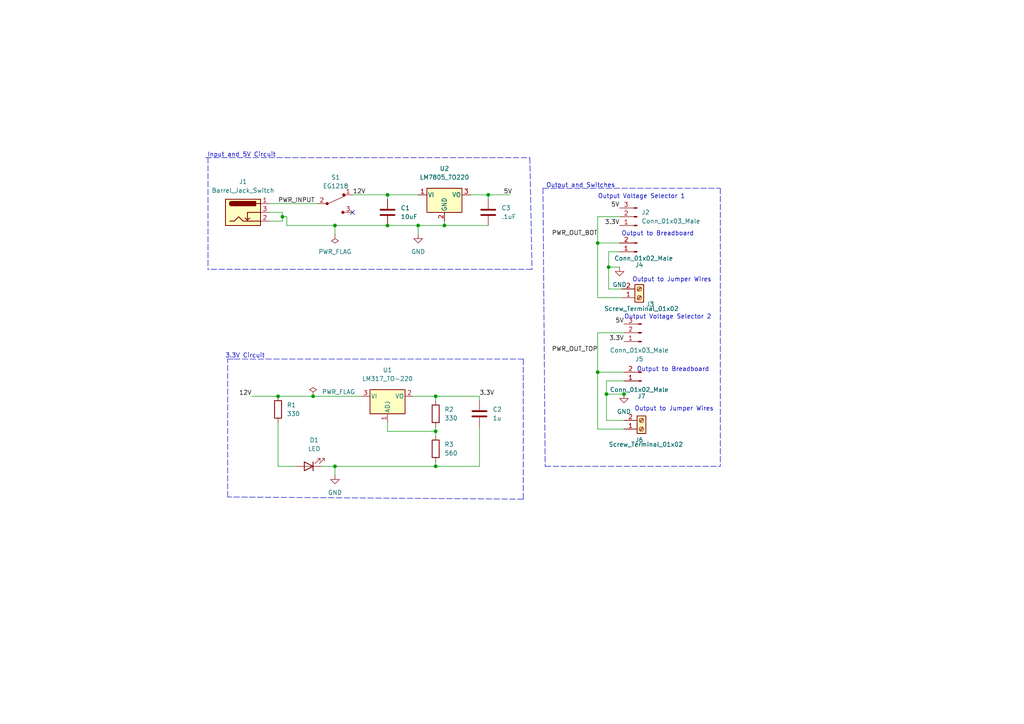
<source format=kicad_sch>
(kicad_sch (version 20211123) (generator eeschema)

  (uuid 1b9cd3f8-5041-4334-af80-92cf0012167c)

  (paper "A4")

  (title_block
    (title "Dual 3.3V and 5V Breadboard Power Supply")
    (date "2022-09-21")
    (rev "V1")
    (company "Rob L Bara")
    (comment 1 "TU ECE 4110 Project 3")
  )

  (lib_symbols
    (symbol "Connector:Barrel_Jack_Switch" (pin_names hide) (in_bom yes) (on_board yes)
      (property "Reference" "J" (id 0) (at 0 5.334 0)
        (effects (font (size 1.27 1.27)))
      )
      (property "Value" "Barrel_Jack_Switch" (id 1) (at 0 -5.08 0)
        (effects (font (size 1.27 1.27)))
      )
      (property "Footprint" "" (id 2) (at 1.27 -1.016 0)
        (effects (font (size 1.27 1.27)) hide)
      )
      (property "Datasheet" "~" (id 3) (at 1.27 -1.016 0)
        (effects (font (size 1.27 1.27)) hide)
      )
      (property "ki_keywords" "DC power barrel jack connector" (id 4) (at 0 0 0)
        (effects (font (size 1.27 1.27)) hide)
      )
      (property "ki_description" "DC Barrel Jack with an internal switch" (id 5) (at 0 0 0)
        (effects (font (size 1.27 1.27)) hide)
      )
      (property "ki_fp_filters" "BarrelJack*" (id 6) (at 0 0 0)
        (effects (font (size 1.27 1.27)) hide)
      )
      (symbol "Barrel_Jack_Switch_0_1"
        (rectangle (start -5.08 3.81) (end 5.08 -3.81)
          (stroke (width 0.254) (type default) (color 0 0 0 0))
          (fill (type background))
        )
        (arc (start -3.302 3.175) (mid -3.937 2.54) (end -3.302 1.905)
          (stroke (width 0.254) (type default) (color 0 0 0 0))
          (fill (type none))
        )
        (arc (start -3.302 3.175) (mid -3.937 2.54) (end -3.302 1.905)
          (stroke (width 0.254) (type default) (color 0 0 0 0))
          (fill (type outline))
        )
        (polyline
          (pts
            (xy 1.27 -2.286)
            (xy 1.905 -1.651)
          )
          (stroke (width 0.254) (type default) (color 0 0 0 0))
          (fill (type none))
        )
        (polyline
          (pts
            (xy 5.08 2.54)
            (xy 3.81 2.54)
          )
          (stroke (width 0.254) (type default) (color 0 0 0 0))
          (fill (type none))
        )
        (polyline
          (pts
            (xy 5.08 0)
            (xy 1.27 0)
            (xy 1.27 -2.286)
            (xy 0.635 -1.651)
          )
          (stroke (width 0.254) (type default) (color 0 0 0 0))
          (fill (type none))
        )
        (polyline
          (pts
            (xy -3.81 -2.54)
            (xy -2.54 -2.54)
            (xy -1.27 -1.27)
            (xy 0 -2.54)
            (xy 2.54 -2.54)
            (xy 5.08 -2.54)
          )
          (stroke (width 0.254) (type default) (color 0 0 0 0))
          (fill (type none))
        )
        (rectangle (start 3.683 3.175) (end -3.302 1.905)
          (stroke (width 0.254) (type default) (color 0 0 0 0))
          (fill (type outline))
        )
      )
      (symbol "Barrel_Jack_Switch_1_1"
        (pin passive line (at 7.62 2.54 180) (length 2.54)
          (name "~" (effects (font (size 1.27 1.27))))
          (number "1" (effects (font (size 1.27 1.27))))
        )
        (pin passive line (at 7.62 -2.54 180) (length 2.54)
          (name "~" (effects (font (size 1.27 1.27))))
          (number "2" (effects (font (size 1.27 1.27))))
        )
        (pin passive line (at 7.62 0 180) (length 2.54)
          (name "~" (effects (font (size 1.27 1.27))))
          (number "3" (effects (font (size 1.27 1.27))))
        )
      )
    )
    (symbol "Connector:Conn_01x02_Male" (pin_names (offset 1.016) hide) (in_bom yes) (on_board yes)
      (property "Reference" "J" (id 0) (at 0 2.54 0)
        (effects (font (size 1.27 1.27)))
      )
      (property "Value" "Conn_01x02_Male" (id 1) (at 0 -5.08 0)
        (effects (font (size 1.27 1.27)))
      )
      (property "Footprint" "" (id 2) (at 0 0 0)
        (effects (font (size 1.27 1.27)) hide)
      )
      (property "Datasheet" "~" (id 3) (at 0 0 0)
        (effects (font (size 1.27 1.27)) hide)
      )
      (property "ki_keywords" "connector" (id 4) (at 0 0 0)
        (effects (font (size 1.27 1.27)) hide)
      )
      (property "ki_description" "Generic connector, single row, 01x02, script generated (kicad-library-utils/schlib/autogen/connector/)" (id 5) (at 0 0 0)
        (effects (font (size 1.27 1.27)) hide)
      )
      (property "ki_fp_filters" "Connector*:*_1x??_*" (id 6) (at 0 0 0)
        (effects (font (size 1.27 1.27)) hide)
      )
      (symbol "Conn_01x02_Male_1_1"
        (polyline
          (pts
            (xy 1.27 -2.54)
            (xy 0.8636 -2.54)
          )
          (stroke (width 0.1524) (type default) (color 0 0 0 0))
          (fill (type none))
        )
        (polyline
          (pts
            (xy 1.27 0)
            (xy 0.8636 0)
          )
          (stroke (width 0.1524) (type default) (color 0 0 0 0))
          (fill (type none))
        )
        (rectangle (start 0.8636 -2.413) (end 0 -2.667)
          (stroke (width 0.1524) (type default) (color 0 0 0 0))
          (fill (type outline))
        )
        (rectangle (start 0.8636 0.127) (end 0 -0.127)
          (stroke (width 0.1524) (type default) (color 0 0 0 0))
          (fill (type outline))
        )
        (pin passive line (at 5.08 0 180) (length 3.81)
          (name "Pin_1" (effects (font (size 1.27 1.27))))
          (number "1" (effects (font (size 1.27 1.27))))
        )
        (pin passive line (at 5.08 -2.54 180) (length 3.81)
          (name "Pin_2" (effects (font (size 1.27 1.27))))
          (number "2" (effects (font (size 1.27 1.27))))
        )
      )
    )
    (symbol "Connector:Conn_01x03_Male" (pin_names (offset 1.016) hide) (in_bom yes) (on_board yes)
      (property "Reference" "J" (id 0) (at 0 5.08 0)
        (effects (font (size 1.27 1.27)))
      )
      (property "Value" "Conn_01x03_Male" (id 1) (at 0 -5.08 0)
        (effects (font (size 1.27 1.27)))
      )
      (property "Footprint" "" (id 2) (at 0 0 0)
        (effects (font (size 1.27 1.27)) hide)
      )
      (property "Datasheet" "~" (id 3) (at 0 0 0)
        (effects (font (size 1.27 1.27)) hide)
      )
      (property "ki_keywords" "connector" (id 4) (at 0 0 0)
        (effects (font (size 1.27 1.27)) hide)
      )
      (property "ki_description" "Generic connector, single row, 01x03, script generated (kicad-library-utils/schlib/autogen/connector/)" (id 5) (at 0 0 0)
        (effects (font (size 1.27 1.27)) hide)
      )
      (property "ki_fp_filters" "Connector*:*_1x??_*" (id 6) (at 0 0 0)
        (effects (font (size 1.27 1.27)) hide)
      )
      (symbol "Conn_01x03_Male_1_1"
        (polyline
          (pts
            (xy 1.27 -2.54)
            (xy 0.8636 -2.54)
          )
          (stroke (width 0.1524) (type default) (color 0 0 0 0))
          (fill (type none))
        )
        (polyline
          (pts
            (xy 1.27 0)
            (xy 0.8636 0)
          )
          (stroke (width 0.1524) (type default) (color 0 0 0 0))
          (fill (type none))
        )
        (polyline
          (pts
            (xy 1.27 2.54)
            (xy 0.8636 2.54)
          )
          (stroke (width 0.1524) (type default) (color 0 0 0 0))
          (fill (type none))
        )
        (rectangle (start 0.8636 -2.413) (end 0 -2.667)
          (stroke (width 0.1524) (type default) (color 0 0 0 0))
          (fill (type outline))
        )
        (rectangle (start 0.8636 0.127) (end 0 -0.127)
          (stroke (width 0.1524) (type default) (color 0 0 0 0))
          (fill (type outline))
        )
        (rectangle (start 0.8636 2.667) (end 0 2.413)
          (stroke (width 0.1524) (type default) (color 0 0 0 0))
          (fill (type outline))
        )
        (pin passive line (at 5.08 2.54 180) (length 3.81)
          (name "Pin_1" (effects (font (size 1.27 1.27))))
          (number "1" (effects (font (size 1.27 1.27))))
        )
        (pin passive line (at 5.08 0 180) (length 3.81)
          (name "Pin_2" (effects (font (size 1.27 1.27))))
          (number "2" (effects (font (size 1.27 1.27))))
        )
        (pin passive line (at 5.08 -2.54 180) (length 3.81)
          (name "Pin_3" (effects (font (size 1.27 1.27))))
          (number "3" (effects (font (size 1.27 1.27))))
        )
      )
    )
    (symbol "Connector:Screw_Terminal_01x02" (pin_names (offset 1.016) hide) (in_bom yes) (on_board yes)
      (property "Reference" "J" (id 0) (at 0 2.54 0)
        (effects (font (size 1.27 1.27)))
      )
      (property "Value" "Screw_Terminal_01x02" (id 1) (at 0 -5.08 0)
        (effects (font (size 1.27 1.27)))
      )
      (property "Footprint" "" (id 2) (at 0 0 0)
        (effects (font (size 1.27 1.27)) hide)
      )
      (property "Datasheet" "~" (id 3) (at 0 0 0)
        (effects (font (size 1.27 1.27)) hide)
      )
      (property "ki_keywords" "screw terminal" (id 4) (at 0 0 0)
        (effects (font (size 1.27 1.27)) hide)
      )
      (property "ki_description" "Generic screw terminal, single row, 01x02, script generated (kicad-library-utils/schlib/autogen/connector/)" (id 5) (at 0 0 0)
        (effects (font (size 1.27 1.27)) hide)
      )
      (property "ki_fp_filters" "TerminalBlock*:*" (id 6) (at 0 0 0)
        (effects (font (size 1.27 1.27)) hide)
      )
      (symbol "Screw_Terminal_01x02_1_1"
        (rectangle (start -1.27 1.27) (end 1.27 -3.81)
          (stroke (width 0.254) (type default) (color 0 0 0 0))
          (fill (type background))
        )
        (circle (center 0 -2.54) (radius 0.635)
          (stroke (width 0.1524) (type default) (color 0 0 0 0))
          (fill (type none))
        )
        (polyline
          (pts
            (xy -0.5334 -2.2098)
            (xy 0.3302 -3.048)
          )
          (stroke (width 0.1524) (type default) (color 0 0 0 0))
          (fill (type none))
        )
        (polyline
          (pts
            (xy -0.5334 0.3302)
            (xy 0.3302 -0.508)
          )
          (stroke (width 0.1524) (type default) (color 0 0 0 0))
          (fill (type none))
        )
        (polyline
          (pts
            (xy -0.3556 -2.032)
            (xy 0.508 -2.8702)
          )
          (stroke (width 0.1524) (type default) (color 0 0 0 0))
          (fill (type none))
        )
        (polyline
          (pts
            (xy -0.3556 0.508)
            (xy 0.508 -0.3302)
          )
          (stroke (width 0.1524) (type default) (color 0 0 0 0))
          (fill (type none))
        )
        (circle (center 0 0) (radius 0.635)
          (stroke (width 0.1524) (type default) (color 0 0 0 0))
          (fill (type none))
        )
        (pin passive line (at -5.08 0 0) (length 3.81)
          (name "Pin_1" (effects (font (size 1.27 1.27))))
          (number "1" (effects (font (size 1.27 1.27))))
        )
        (pin passive line (at -5.08 -2.54 0) (length 3.81)
          (name "Pin_2" (effects (font (size 1.27 1.27))))
          (number "2" (effects (font (size 1.27 1.27))))
        )
      )
    )
    (symbol "Device:C" (pin_numbers hide) (pin_names (offset 0.254)) (in_bom yes) (on_board yes)
      (property "Reference" "C" (id 0) (at 0.635 2.54 0)
        (effects (font (size 1.27 1.27)) (justify left))
      )
      (property "Value" "C" (id 1) (at 0.635 -2.54 0)
        (effects (font (size 1.27 1.27)) (justify left))
      )
      (property "Footprint" "" (id 2) (at 0.9652 -3.81 0)
        (effects (font (size 1.27 1.27)) hide)
      )
      (property "Datasheet" "~" (id 3) (at 0 0 0)
        (effects (font (size 1.27 1.27)) hide)
      )
      (property "ki_keywords" "cap capacitor" (id 4) (at 0 0 0)
        (effects (font (size 1.27 1.27)) hide)
      )
      (property "ki_description" "Unpolarized capacitor" (id 5) (at 0 0 0)
        (effects (font (size 1.27 1.27)) hide)
      )
      (property "ki_fp_filters" "C_*" (id 6) (at 0 0 0)
        (effects (font (size 1.27 1.27)) hide)
      )
      (symbol "C_0_1"
        (polyline
          (pts
            (xy -2.032 -0.762)
            (xy 2.032 -0.762)
          )
          (stroke (width 0.508) (type default) (color 0 0 0 0))
          (fill (type none))
        )
        (polyline
          (pts
            (xy -2.032 0.762)
            (xy 2.032 0.762)
          )
          (stroke (width 0.508) (type default) (color 0 0 0 0))
          (fill (type none))
        )
      )
      (symbol "C_1_1"
        (pin passive line (at 0 3.81 270) (length 2.794)
          (name "~" (effects (font (size 1.27 1.27))))
          (number "1" (effects (font (size 1.27 1.27))))
        )
        (pin passive line (at 0 -3.81 90) (length 2.794)
          (name "~" (effects (font (size 1.27 1.27))))
          (number "2" (effects (font (size 1.27 1.27))))
        )
      )
    )
    (symbol "Device:LED" (pin_numbers hide) (pin_names (offset 1.016) hide) (in_bom yes) (on_board yes)
      (property "Reference" "D" (id 0) (at 0 2.54 0)
        (effects (font (size 1.27 1.27)))
      )
      (property "Value" "LED" (id 1) (at 0 -2.54 0)
        (effects (font (size 1.27 1.27)))
      )
      (property "Footprint" "" (id 2) (at 0 0 0)
        (effects (font (size 1.27 1.27)) hide)
      )
      (property "Datasheet" "~" (id 3) (at 0 0 0)
        (effects (font (size 1.27 1.27)) hide)
      )
      (property "ki_keywords" "LED diode" (id 4) (at 0 0 0)
        (effects (font (size 1.27 1.27)) hide)
      )
      (property "ki_description" "Light emitting diode" (id 5) (at 0 0 0)
        (effects (font (size 1.27 1.27)) hide)
      )
      (property "ki_fp_filters" "LED* LED_SMD:* LED_THT:*" (id 6) (at 0 0 0)
        (effects (font (size 1.27 1.27)) hide)
      )
      (symbol "LED_0_1"
        (polyline
          (pts
            (xy -1.27 -1.27)
            (xy -1.27 1.27)
          )
          (stroke (width 0.254) (type default) (color 0 0 0 0))
          (fill (type none))
        )
        (polyline
          (pts
            (xy -1.27 0)
            (xy 1.27 0)
          )
          (stroke (width 0) (type default) (color 0 0 0 0))
          (fill (type none))
        )
        (polyline
          (pts
            (xy 1.27 -1.27)
            (xy 1.27 1.27)
            (xy -1.27 0)
            (xy 1.27 -1.27)
          )
          (stroke (width 0.254) (type default) (color 0 0 0 0))
          (fill (type none))
        )
        (polyline
          (pts
            (xy -3.048 -0.762)
            (xy -4.572 -2.286)
            (xy -3.81 -2.286)
            (xy -4.572 -2.286)
            (xy -4.572 -1.524)
          )
          (stroke (width 0) (type default) (color 0 0 0 0))
          (fill (type none))
        )
        (polyline
          (pts
            (xy -1.778 -0.762)
            (xy -3.302 -2.286)
            (xy -2.54 -2.286)
            (xy -3.302 -2.286)
            (xy -3.302 -1.524)
          )
          (stroke (width 0) (type default) (color 0 0 0 0))
          (fill (type none))
        )
      )
      (symbol "LED_1_1"
        (pin passive line (at -3.81 0 0) (length 2.54)
          (name "K" (effects (font (size 1.27 1.27))))
          (number "1" (effects (font (size 1.27 1.27))))
        )
        (pin passive line (at 3.81 0 180) (length 2.54)
          (name "A" (effects (font (size 1.27 1.27))))
          (number "2" (effects (font (size 1.27 1.27))))
        )
      )
    )
    (symbol "Device:R" (pin_numbers hide) (pin_names (offset 0)) (in_bom yes) (on_board yes)
      (property "Reference" "R" (id 0) (at 2.032 0 90)
        (effects (font (size 1.27 1.27)))
      )
      (property "Value" "R" (id 1) (at 0 0 90)
        (effects (font (size 1.27 1.27)))
      )
      (property "Footprint" "" (id 2) (at -1.778 0 90)
        (effects (font (size 1.27 1.27)) hide)
      )
      (property "Datasheet" "~" (id 3) (at 0 0 0)
        (effects (font (size 1.27 1.27)) hide)
      )
      (property "ki_keywords" "R res resistor" (id 4) (at 0 0 0)
        (effects (font (size 1.27 1.27)) hide)
      )
      (property "ki_description" "Resistor" (id 5) (at 0 0 0)
        (effects (font (size 1.27 1.27)) hide)
      )
      (property "ki_fp_filters" "R_*" (id 6) (at 0 0 0)
        (effects (font (size 1.27 1.27)) hide)
      )
      (symbol "R_0_1"
        (rectangle (start -1.016 -2.54) (end 1.016 2.54)
          (stroke (width 0.254) (type default) (color 0 0 0 0))
          (fill (type none))
        )
      )
      (symbol "R_1_1"
        (pin passive line (at 0 3.81 270) (length 1.27)
          (name "~" (effects (font (size 1.27 1.27))))
          (number "1" (effects (font (size 1.27 1.27))))
        )
        (pin passive line (at 0 -3.81 90) (length 1.27)
          (name "~" (effects (font (size 1.27 1.27))))
          (number "2" (effects (font (size 1.27 1.27))))
        )
      )
    )
    (symbol "Regulator_Linear:LM317_TO-220" (pin_names (offset 0.254)) (in_bom yes) (on_board yes)
      (property "Reference" "U" (id 0) (at -3.81 3.175 0)
        (effects (font (size 1.27 1.27)))
      )
      (property "Value" "LM317_TO-220" (id 1) (at 0 3.175 0)
        (effects (font (size 1.27 1.27)) (justify left))
      )
      (property "Footprint" "Package_TO_SOT_THT:TO-220-3_Vertical" (id 2) (at 0 6.35 0)
        (effects (font (size 1.27 1.27) italic) hide)
      )
      (property "Datasheet" "http://www.ti.com/lit/ds/symlink/lm317.pdf" (id 3) (at 0 0 0)
        (effects (font (size 1.27 1.27)) hide)
      )
      (property "ki_keywords" "Adjustable Voltage Regulator 1A Positive" (id 4) (at 0 0 0)
        (effects (font (size 1.27 1.27)) hide)
      )
      (property "ki_description" "1.5A 35V Adjustable Linear Regulator, TO-220" (id 5) (at 0 0 0)
        (effects (font (size 1.27 1.27)) hide)
      )
      (property "ki_fp_filters" "TO?220*" (id 6) (at 0 0 0)
        (effects (font (size 1.27 1.27)) hide)
      )
      (symbol "LM317_TO-220_0_1"
        (rectangle (start -5.08 1.905) (end 5.08 -5.08)
          (stroke (width 0.254) (type default) (color 0 0 0 0))
          (fill (type background))
        )
      )
      (symbol "LM317_TO-220_1_1"
        (pin input line (at 0 -7.62 90) (length 2.54)
          (name "ADJ" (effects (font (size 1.27 1.27))))
          (number "1" (effects (font (size 1.27 1.27))))
        )
        (pin power_out line (at 7.62 0 180) (length 2.54)
          (name "VO" (effects (font (size 1.27 1.27))))
          (number "2" (effects (font (size 1.27 1.27))))
        )
        (pin power_in line (at -7.62 0 0) (length 2.54)
          (name "VI" (effects (font (size 1.27 1.27))))
          (number "3" (effects (font (size 1.27 1.27))))
        )
      )
    )
    (symbol "Regulator_Linear:LM7805_TO220" (pin_names (offset 0.254)) (in_bom yes) (on_board yes)
      (property "Reference" "U" (id 0) (at -3.81 3.175 0)
        (effects (font (size 1.27 1.27)))
      )
      (property "Value" "LM7805_TO220" (id 1) (at 0 3.175 0)
        (effects (font (size 1.27 1.27)) (justify left))
      )
      (property "Footprint" "Package_TO_SOT_THT:TO-220-3_Vertical" (id 2) (at 0 5.715 0)
        (effects (font (size 1.27 1.27) italic) hide)
      )
      (property "Datasheet" "https://www.onsemi.cn/PowerSolutions/document/MC7800-D.PDF" (id 3) (at 0 -1.27 0)
        (effects (font (size 1.27 1.27)) hide)
      )
      (property "ki_keywords" "Voltage Regulator 1A Positive" (id 4) (at 0 0 0)
        (effects (font (size 1.27 1.27)) hide)
      )
      (property "ki_description" "Positive 1A 35V Linear Regulator, Fixed Output 5V, TO-220" (id 5) (at 0 0 0)
        (effects (font (size 1.27 1.27)) hide)
      )
      (property "ki_fp_filters" "TO?220*" (id 6) (at 0 0 0)
        (effects (font (size 1.27 1.27)) hide)
      )
      (symbol "LM7805_TO220_0_1"
        (rectangle (start -5.08 1.905) (end 5.08 -5.08)
          (stroke (width 0.254) (type default) (color 0 0 0 0))
          (fill (type background))
        )
      )
      (symbol "LM7805_TO220_1_1"
        (pin power_in line (at -7.62 0 0) (length 2.54)
          (name "VI" (effects (font (size 1.27 1.27))))
          (number "1" (effects (font (size 1.27 1.27))))
        )
        (pin power_in line (at 0 -7.62 90) (length 2.54)
          (name "GND" (effects (font (size 1.27 1.27))))
          (number "2" (effects (font (size 1.27 1.27))))
        )
        (pin power_out line (at 7.62 0 180) (length 2.54)
          (name "VO" (effects (font (size 1.27 1.27))))
          (number "3" (effects (font (size 1.27 1.27))))
        )
      )
    )
    (symbol "dk_Slide-Switches:EG1218" (pin_names (offset 0)) (in_bom yes) (on_board yes)
      (property "Reference" "S" (id 0) (at -3.81 2.286 0)
        (effects (font (size 1.27 1.27)))
      )
      (property "Value" "EG1218" (id 1) (at 0 -5.334 0)
        (effects (font (size 1.27 1.27)))
      )
      (property "Footprint" "digikey-footprints:Switch_Slide_11.6x4mm_EG1218" (id 2) (at 5.08 5.08 0)
        (effects (font (size 1.27 1.27)) (justify left) hide)
      )
      (property "Datasheet" "http://spec_sheets.e-switch.com/specs/P040040.pdf" (id 3) (at 5.08 7.62 0)
        (effects (font (size 1.524 1.524)) (justify left) hide)
      )
      (property "Digi-Key_PN" "EG1903-ND" (id 4) (at 5.08 10.16 0)
        (effects (font (size 1.524 1.524)) (justify left) hide)
      )
      (property "MPN" "EG1218" (id 5) (at 5.08 12.7 0)
        (effects (font (size 1.524 1.524)) (justify left) hide)
      )
      (property "Category" "Switches" (id 6) (at 5.08 15.24 0)
        (effects (font (size 1.524 1.524)) (justify left) hide)
      )
      (property "Family" "Slide Switches" (id 7) (at 5.08 17.78 0)
        (effects (font (size 1.524 1.524)) (justify left) hide)
      )
      (property "DK_Datasheet_Link" "http://spec_sheets.e-switch.com/specs/P040040.pdf" (id 8) (at 5.08 20.32 0)
        (effects (font (size 1.524 1.524)) (justify left) hide)
      )
      (property "DK_Detail_Page" "/product-detail/en/e-switch/EG1218/EG1903-ND/101726" (id 9) (at 5.08 22.86 0)
        (effects (font (size 1.524 1.524)) (justify left) hide)
      )
      (property "Description" "SWITCH SLIDE SPDT 200MA 30V" (id 10) (at 5.08 25.4 0)
        (effects (font (size 1.524 1.524)) (justify left) hide)
      )
      (property "Manufacturer" "E-Switch" (id 11) (at 5.08 27.94 0)
        (effects (font (size 1.524 1.524)) (justify left) hide)
      )
      (property "Status" "Active" (id 12) (at 5.08 30.48 0)
        (effects (font (size 1.524 1.524)) (justify left) hide)
      )
      (property "ki_keywords" "EG1903-ND EG" (id 13) (at 0 0 0)
        (effects (font (size 1.27 1.27)) hide)
      )
      (property "ki_description" "SWITCH SLIDE SPDT 200MA 30V" (id 14) (at 0 0 0)
        (effects (font (size 1.27 1.27)) hide)
      )
      (symbol "EG1218_0_1"
        (circle (center -2.286 0) (radius 0.3556)
          (stroke (width 0) (type default) (color 0 0 0 0))
          (fill (type outline))
        )
        (polyline
          (pts
            (xy -2.032 0)
            (xy 3.048 2.286)
          )
          (stroke (width 0) (type default) (color 0 0 0 0))
          (fill (type none))
        )
        (circle (center 2.286 -2.54) (radius 0.3556)
          (stroke (width 0) (type default) (color 0 0 0 0))
          (fill (type outline))
        )
        (circle (center 2.54 2.54) (radius 0.3556)
          (stroke (width 0) (type default) (color 0 0 0 0))
          (fill (type outline))
        )
      )
      (symbol "EG1218_1_1"
        (pin passive line (at 5.08 2.54 180) (length 2.54)
          (name "~" (effects (font (size 1.27 1.27))))
          (number "1" (effects (font (size 1.27 1.27))))
        )
        (pin passive line (at -5.08 0 0) (length 2.54)
          (name "~" (effects (font (size 1.27 1.27))))
          (number "2" (effects (font (size 1.27 1.27))))
        )
        (pin passive line (at 5.08 -2.54 180) (length 2.54)
          (name "~" (effects (font (size 1.27 1.27))))
          (number "3" (effects (font (size 1.27 1.27))))
        )
      )
    )
    (symbol "power:GND" (power) (pin_names (offset 0)) (in_bom yes) (on_board yes)
      (property "Reference" "#PWR" (id 0) (at 0 -6.35 0)
        (effects (font (size 1.27 1.27)) hide)
      )
      (property "Value" "GND" (id 1) (at 0 -3.81 0)
        (effects (font (size 1.27 1.27)))
      )
      (property "Footprint" "" (id 2) (at 0 0 0)
        (effects (font (size 1.27 1.27)) hide)
      )
      (property "Datasheet" "" (id 3) (at 0 0 0)
        (effects (font (size 1.27 1.27)) hide)
      )
      (property "ki_keywords" "power-flag" (id 4) (at 0 0 0)
        (effects (font (size 1.27 1.27)) hide)
      )
      (property "ki_description" "Power symbol creates a global label with name \"GND\" , ground" (id 5) (at 0 0 0)
        (effects (font (size 1.27 1.27)) hide)
      )
      (symbol "GND_0_1"
        (polyline
          (pts
            (xy 0 0)
            (xy 0 -1.27)
            (xy 1.27 -1.27)
            (xy 0 -2.54)
            (xy -1.27 -1.27)
            (xy 0 -1.27)
          )
          (stroke (width 0) (type default) (color 0 0 0 0))
          (fill (type none))
        )
      )
      (symbol "GND_1_1"
        (pin power_in line (at 0 0 270) (length 0) hide
          (name "GND" (effects (font (size 1.27 1.27))))
          (number "1" (effects (font (size 1.27 1.27))))
        )
      )
    )
    (symbol "power:PWR_FLAG" (power) (pin_numbers hide) (pin_names (offset 0) hide) (in_bom yes) (on_board yes)
      (property "Reference" "#FLG" (id 0) (at 0 1.905 0)
        (effects (font (size 1.27 1.27)) hide)
      )
      (property "Value" "PWR_FLAG" (id 1) (at 0 3.81 0)
        (effects (font (size 1.27 1.27)))
      )
      (property "Footprint" "" (id 2) (at 0 0 0)
        (effects (font (size 1.27 1.27)) hide)
      )
      (property "Datasheet" "~" (id 3) (at 0 0 0)
        (effects (font (size 1.27 1.27)) hide)
      )
      (property "ki_keywords" "power-flag" (id 4) (at 0 0 0)
        (effects (font (size 1.27 1.27)) hide)
      )
      (property "ki_description" "Special symbol for telling ERC where power comes from" (id 5) (at 0 0 0)
        (effects (font (size 1.27 1.27)) hide)
      )
      (symbol "PWR_FLAG_0_0"
        (pin power_out line (at 0 0 90) (length 0)
          (name "pwr" (effects (font (size 1.27 1.27))))
          (number "1" (effects (font (size 1.27 1.27))))
        )
      )
      (symbol "PWR_FLAG_0_1"
        (polyline
          (pts
            (xy 0 0)
            (xy 0 1.27)
            (xy -1.016 1.905)
            (xy 0 2.54)
            (xy 1.016 1.905)
            (xy 0 1.27)
          )
          (stroke (width 0) (type default) (color 0 0 0 0))
          (fill (type none))
        )
      )
    )
  )

  (junction (at 80.645 114.935) (diameter 0) (color 0 0 0 0)
    (uuid 0e03c945-f889-4a48-adf1-b2f26cd079f5)
  )
  (junction (at 126.365 135.255) (diameter 0) (color 0 0 0 0)
    (uuid 0fbb739f-de45-478e-ac49-083bcf2f1d25)
  )
  (junction (at 180.975 114.3) (diameter 0) (color 0 0 0 0)
    (uuid 154987ec-aaf4-424d-a0e5-6aea87565d63)
  )
  (junction (at 112.395 56.515) (diameter 0) (color 0 0 0 0)
    (uuid 1e83455d-ad24-4071-974b-a3df351baaca)
  )
  (junction (at 90.805 114.935) (diameter 0) (color 0 0 0 0)
    (uuid 2153237b-c82b-4710-9350-94f598ebe67b)
  )
  (junction (at 97.155 65.405) (diameter 0) (color 0 0 0 0)
    (uuid 31534776-fb54-43fc-ae08-aec17a2edd7c)
  )
  (junction (at 121.285 65.405) (diameter 0) (color 0 0 0 0)
    (uuid 374ceb3c-d731-4670-82a1-094a85be9ee6)
  )
  (junction (at 128.905 65.405) (diameter 0) (color 0 0 0 0)
    (uuid 3ebe96e3-7ccd-4812-8818-25a405a5a603)
  )
  (junction (at 126.365 125.095) (diameter 0) (color 0 0 0 0)
    (uuid 4f953217-220f-47cc-8431-8b680c488ac7)
  )
  (junction (at 175.895 114.3) (diameter 0) (color 0 0 0 0)
    (uuid 503e5025-78c2-4c6b-9469-87b134a34d1f)
  )
  (junction (at 173.355 107.95) (diameter 0) (color 0 0 0 0)
    (uuid 68aeaa54-c2a4-4d9f-a71a-d7ac763bbbb5)
  )
  (junction (at 141.605 56.515) (diameter 0) (color 0 0 0 0)
    (uuid 6e272b49-b970-4ef7-9a34-f8abe4de09b6)
  )
  (junction (at 81.915 62.865) (diameter 0) (color 0 0 0 0)
    (uuid 72ed694c-97ef-4d52-a89c-829459e09a99)
  )
  (junction (at 126.365 114.935) (diameter 0) (color 0 0 0 0)
    (uuid bc258028-44d3-45f7-9776-e53988a5b341)
  )
  (junction (at 112.395 65.405) (diameter 0) (color 0 0 0 0)
    (uuid c1b26426-6cf4-423e-839b-22a92b75f5d2)
  )
  (junction (at 97.155 135.255) (diameter 0) (color 0 0 0 0)
    (uuid d87e5ace-2a7d-4322-8e6f-802b1d28d5ee)
  )
  (junction (at 173.355 70.485) (diameter 0) (color 0 0 0 0)
    (uuid e50cf2da-9766-45df-87b1-48f9b381c68b)
  )
  (junction (at 176.53 77.47) (diameter 0) (color 0 0 0 0)
    (uuid ee229ea7-52b1-4fe2-8c5b-1eef7165c7a0)
  )

  (no_connect (at 102.235 61.595) (uuid 76d0d696-f37e-487b-91c5-01f1766034c3))

  (wire (pts (xy 83.185 62.865) (xy 81.915 62.865))
    (stroke (width 0) (type default) (color 0 0 0 0))
    (uuid 0032e586-0c42-425f-a650-4a0259580801)
  )
  (wire (pts (xy 139.065 135.255) (xy 126.365 135.255))
    (stroke (width 0) (type default) (color 0 0 0 0))
    (uuid 0a1739bb-b797-4926-8d36-b9bf254e6ae2)
  )
  (wire (pts (xy 147.955 56.515) (xy 141.605 56.515))
    (stroke (width 0) (type default) (color 0 0 0 0))
    (uuid 0fa75465-8d7e-4b68-bb50-dcb0b7eacca6)
  )
  (wire (pts (xy 126.365 135.255) (xy 97.155 135.255))
    (stroke (width 0) (type default) (color 0 0 0 0))
    (uuid 12d12845-7fa7-4c60-9754-d7f2318224eb)
  )
  (wire (pts (xy 139.065 114.935) (xy 139.065 116.205))
    (stroke (width 0) (type default) (color 0 0 0 0))
    (uuid 143a524c-be93-4997-a442-1ee5dae2abbe)
  )
  (wire (pts (xy 83.185 65.405) (xy 83.185 62.865))
    (stroke (width 0) (type default) (color 0 0 0 0))
    (uuid 1b665941-19ac-4344-9164-46b9cc940279)
  )
  (polyline (pts (xy 154.305 78.105) (xy 60.325 78.105))
    (stroke (width 0) (type default) (color 0 0 0 0))
    (uuid 1c6e1657-4c98-4ea4-89e5-74b4794bb7f8)
  )

  (wire (pts (xy 173.355 96.52) (xy 173.355 107.95))
    (stroke (width 0) (type default) (color 0 0 0 0))
    (uuid 1d91cc15-8970-4f5c-b254-b8b5c4a2b154)
  )
  (polyline (pts (xy 151.765 104.14) (xy 151.765 144.78))
    (stroke (width 0) (type default) (color 0 0 0 0))
    (uuid 1e114ba7-0e99-407a-bfca-9296a8cfd087)
  )

  (wire (pts (xy 81.915 64.135) (xy 78.105 64.135))
    (stroke (width 0) (type default) (color 0 0 0 0))
    (uuid 2046cd3d-868a-4891-b820-e75a464a1c33)
  )
  (wire (pts (xy 175.895 121.92) (xy 180.975 121.92))
    (stroke (width 0) (type default) (color 0 0 0 0))
    (uuid 216c218a-e42f-4b38-810d-9626cc93f8d2)
  )
  (wire (pts (xy 121.285 56.515) (xy 112.395 56.515))
    (stroke (width 0) (type default) (color 0 0 0 0))
    (uuid 25e0deaa-1583-4ee4-b221-9d522570a508)
  )
  (wire (pts (xy 97.155 135.255) (xy 93.345 135.255))
    (stroke (width 0) (type default) (color 0 0 0 0))
    (uuid 2f46835a-130b-4bde-94e7-b7462011a2e8)
  )
  (wire (pts (xy 112.395 56.515) (xy 102.235 56.515))
    (stroke (width 0) (type default) (color 0 0 0 0))
    (uuid 315a4ddb-820e-413c-bd15-2af1ecaaf4a7)
  )
  (wire (pts (xy 90.805 114.935) (xy 80.645 114.935))
    (stroke (width 0) (type default) (color 0 0 0 0))
    (uuid 3301c2d2-e65c-437a-ba44-8c11450f0129)
  )
  (polyline (pts (xy 67.945 104.14) (xy 151.765 104.14))
    (stroke (width 0) (type default) (color 0 0 0 0))
    (uuid 37706b5d-4bd2-4810-a91d-9e3ca42e5431)
  )

  (wire (pts (xy 173.355 62.865) (xy 173.355 70.485))
    (stroke (width 0) (type default) (color 0 0 0 0))
    (uuid 3ba1959a-d41a-4eb3-a6e3-662c94eaf202)
  )
  (wire (pts (xy 173.355 86.36) (xy 173.355 70.485))
    (stroke (width 0) (type default) (color 0 0 0 0))
    (uuid 3cf5a2ca-182a-437c-bde2-2a8a1724ab47)
  )
  (polyline (pts (xy 208.915 54.61) (xy 208.915 135.255))
    (stroke (width 0) (type default) (color 0 0 0 0))
    (uuid 3d00306c-5da9-4171-8581-9441d0695963)
  )

  (wire (pts (xy 81.915 61.595) (xy 81.915 62.865))
    (stroke (width 0) (type default) (color 0 0 0 0))
    (uuid 429a47cc-5b81-43f1-bf11-d25d425a4a2d)
  )
  (wire (pts (xy 173.355 107.95) (xy 173.355 124.46))
    (stroke (width 0) (type default) (color 0 0 0 0))
    (uuid 43919565-a54b-4d28-b235-297c3f99a983)
  )
  (wire (pts (xy 175.895 110.49) (xy 175.895 114.3))
    (stroke (width 0) (type default) (color 0 0 0 0))
    (uuid 44ec9c5e-c14d-4a0f-8169-440256fd29b1)
  )
  (wire (pts (xy 97.155 65.405) (xy 83.185 65.405))
    (stroke (width 0) (type default) (color 0 0 0 0))
    (uuid 4a5e69e2-4ee0-445d-b77c-c95e49d3af90)
  )
  (wire (pts (xy 73.025 114.935) (xy 80.645 114.935))
    (stroke (width 0) (type default) (color 0 0 0 0))
    (uuid 4b3096e7-a6b9-41e7-bf89-66d578f2a672)
  )
  (wire (pts (xy 180.34 86.36) (xy 173.355 86.36))
    (stroke (width 0) (type default) (color 0 0 0 0))
    (uuid 5de86049-66fa-4bbe-85a8-7da676eb942b)
  )
  (wire (pts (xy 78.105 59.055) (xy 92.075 59.055))
    (stroke (width 0) (type default) (color 0 0 0 0))
    (uuid 66e95440-936a-4183-9e8d-9fbc1aac7372)
  )
  (wire (pts (xy 141.605 65.405) (xy 128.905 65.405))
    (stroke (width 0) (type default) (color 0 0 0 0))
    (uuid 68f10881-7d3b-4f10-9862-84cb228bbc05)
  )
  (wire (pts (xy 176.53 73.025) (xy 176.53 77.47))
    (stroke (width 0) (type default) (color 0 0 0 0))
    (uuid 6b90b6fa-df1f-4e40-b2d5-853055d36db9)
  )
  (wire (pts (xy 112.395 122.555) (xy 112.395 125.095))
    (stroke (width 0) (type default) (color 0 0 0 0))
    (uuid 6c61d329-9dbf-44e2-933e-1298b2a03969)
  )
  (wire (pts (xy 175.895 114.3) (xy 175.895 121.92))
    (stroke (width 0) (type default) (color 0 0 0 0))
    (uuid 73c93617-cc6d-4e33-b9c7-0fa6634e5838)
  )
  (wire (pts (xy 128.905 64.135) (xy 128.905 65.405))
    (stroke (width 0) (type default) (color 0 0 0 0))
    (uuid 76ce03f3-10b6-4b1b-a0a0-20ac3c831200)
  )
  (wire (pts (xy 80.645 122.555) (xy 80.645 135.255))
    (stroke (width 0) (type default) (color 0 0 0 0))
    (uuid 78ad4801-2d8b-4035-aa2e-6eafcee02901)
  )
  (wire (pts (xy 181.61 114.3) (xy 180.975 114.3))
    (stroke (width 0) (type default) (color 0 0 0 0))
    (uuid 78cb35f7-940c-4e37-bcdc-03df5c39b57b)
  )
  (wire (pts (xy 141.605 57.785) (xy 141.605 56.515))
    (stroke (width 0) (type default) (color 0 0 0 0))
    (uuid 7963a6fe-d15a-4434-bda0-fd5dfd1b87f6)
  )
  (polyline (pts (xy 59.69 45.72) (xy 153.67 45.72))
    (stroke (width 0) (type default) (color 0 0 0 0))
    (uuid 798a0e8d-0bf6-4c16-96cd-f172f2c66714)
  )
  (polyline (pts (xy 157.48 54.61) (xy 158.115 135.255))
    (stroke (width 0) (type default) (color 0 0 0 0))
    (uuid 7ae65b5f-0ba5-449c-ae10-dedd3ee642df)
  )
  (polyline (pts (xy 66.04 104.14) (xy 67.945 104.14))
    (stroke (width 0) (type default) (color 0 0 0 0))
    (uuid 7c57c0de-aaa2-4e38-96f7-dd5a47d7d53e)
  )

  (wire (pts (xy 121.285 65.405) (xy 112.395 65.405))
    (stroke (width 0) (type default) (color 0 0 0 0))
    (uuid 7cad710d-86d1-4b84-aa0a-01d7c0a14b3d)
  )
  (wire (pts (xy 121.285 67.945) (xy 121.285 65.405))
    (stroke (width 0) (type default) (color 0 0 0 0))
    (uuid 8129849f-89ab-40cc-a92b-10475c5bd2b9)
  )
  (polyline (pts (xy 60.325 45.72) (xy 60.325 78.105))
    (stroke (width 0) (type default) (color 0 0 0 0))
    (uuid 828fde6e-56a8-4ef3-9a67-6464102b7b47)
  )

  (wire (pts (xy 176.53 77.47) (xy 176.53 83.82))
    (stroke (width 0) (type default) (color 0 0 0 0))
    (uuid 88389cc9-0bc6-4e16-8389-eb06e3200cbe)
  )
  (wire (pts (xy 173.355 124.46) (xy 180.975 124.46))
    (stroke (width 0) (type default) (color 0 0 0 0))
    (uuid 8b4f7c78-351b-454d-9494-bcb6e9503cad)
  )
  (polyline (pts (xy 153.67 45.72) (xy 154.305 78.105))
    (stroke (width 0) (type default) (color 0 0 0 0))
    (uuid 90ac8b18-be82-44e0-9e66-98516926a0fb)
  )

  (wire (pts (xy 179.705 62.865) (xy 173.355 62.865))
    (stroke (width 0) (type default) (color 0 0 0 0))
    (uuid 9355e94f-0b97-4380-a093-747594b52e05)
  )
  (wire (pts (xy 126.365 125.095) (xy 126.365 123.825))
    (stroke (width 0) (type default) (color 0 0 0 0))
    (uuid 940f0631-d0a3-4e6b-be53-28f48f3da34b)
  )
  (wire (pts (xy 128.905 65.405) (xy 121.285 65.405))
    (stroke (width 0) (type default) (color 0 0 0 0))
    (uuid 9846d3b2-7ef1-4589-a59c-6b8540a351dc)
  )
  (wire (pts (xy 126.365 114.935) (xy 139.065 114.935))
    (stroke (width 0) (type default) (color 0 0 0 0))
    (uuid 99bd773d-7b0c-435a-affd-06f2ea5e51bc)
  )
  (wire (pts (xy 139.065 123.825) (xy 139.065 135.255))
    (stroke (width 0) (type default) (color 0 0 0 0))
    (uuid 9c950eda-8414-45fc-8e2f-3640d9875248)
  )
  (wire (pts (xy 179.705 73.025) (xy 176.53 73.025))
    (stroke (width 0) (type default) (color 0 0 0 0))
    (uuid a0ffbabb-d366-464f-987d-1b62da1650ca)
  )
  (wire (pts (xy 180.975 114.3) (xy 175.895 114.3))
    (stroke (width 0) (type default) (color 0 0 0 0))
    (uuid a1ee0df0-2a52-4bcb-86c5-72af63a7a31b)
  )
  (wire (pts (xy 180.975 110.49) (xy 175.895 110.49))
    (stroke (width 0) (type default) (color 0 0 0 0))
    (uuid a1eeacfa-198a-42f0-be7e-384e63130d1d)
  )
  (polyline (pts (xy 66.04 144.145) (xy 66.04 104.14))
    (stroke (width 0) (type default) (color 0 0 0 0))
    (uuid a2de339e-0a82-4867-a91c-da3fcd8232db)
  )
  (polyline (pts (xy 151.765 144.78) (xy 66.04 144.145))
    (stroke (width 0) (type default) (color 0 0 0 0))
    (uuid acc2ef36-2aa1-478f-8f46-b0bbb60a2f3e)
  )

  (wire (pts (xy 179.705 77.47) (xy 176.53 77.47))
    (stroke (width 0) (type default) (color 0 0 0 0))
    (uuid b10052a8-29c8-4b7e-b0a9-4be8062ad855)
  )
  (wire (pts (xy 126.365 126.365) (xy 126.365 125.095))
    (stroke (width 0) (type default) (color 0 0 0 0))
    (uuid b22a610d-432f-454a-ab4f-99535bcd6fab)
  )
  (wire (pts (xy 112.395 57.785) (xy 112.395 56.515))
    (stroke (width 0) (type default) (color 0 0 0 0))
    (uuid b56c2cca-63f7-46cb-bb53-fdb8e8ac7797)
  )
  (polyline (pts (xy 158.115 135.255) (xy 208.915 135.255))
    (stroke (width 0) (type default) (color 0 0 0 0))
    (uuid b90c109d-5bc0-406e-b464-e31c03eec719)
  )
  (polyline (pts (xy 157.48 54.61) (xy 208.915 54.61))
    (stroke (width 0) (type default) (color 0 0 0 0))
    (uuid ba7aae3e-df09-40f9-9b72-0146cf149a6a)
  )

  (wire (pts (xy 97.155 67.945) (xy 97.155 65.405))
    (stroke (width 0) (type default) (color 0 0 0 0))
    (uuid bbe53d5d-f911-4fdf-b7b3-6eb2c7b11211)
  )
  (wire (pts (xy 173.355 70.485) (xy 179.705 70.485))
    (stroke (width 0) (type default) (color 0 0 0 0))
    (uuid bea792dc-4bc3-46bf-8a3b-96756856dc3b)
  )
  (wire (pts (xy 104.775 114.935) (xy 90.805 114.935))
    (stroke (width 0) (type default) (color 0 0 0 0))
    (uuid bf052344-571d-414c-b687-48c6cc159aca)
  )
  (wire (pts (xy 97.155 137.795) (xy 97.155 135.255))
    (stroke (width 0) (type default) (color 0 0 0 0))
    (uuid c1fc5ce2-71c0-46e7-8e6f-c3815ba44a7f)
  )
  (wire (pts (xy 176.53 83.82) (xy 180.34 83.82))
    (stroke (width 0) (type default) (color 0 0 0 0))
    (uuid cad17ddf-231e-4395-a5ff-aa8695d81ccb)
  )
  (wire (pts (xy 112.395 65.405) (xy 97.155 65.405))
    (stroke (width 0) (type default) (color 0 0 0 0))
    (uuid ce1a4811-7102-4e06-81f8-d288e48d2869)
  )
  (wire (pts (xy 120.015 114.935) (xy 126.365 114.935))
    (stroke (width 0) (type default) (color 0 0 0 0))
    (uuid d7ef2e50-d136-4052-a209-702e49b80c5e)
  )
  (wire (pts (xy 80.645 135.255) (xy 85.725 135.255))
    (stroke (width 0) (type default) (color 0 0 0 0))
    (uuid df185c51-6e6a-40c9-857c-311fdd13dd52)
  )
  (wire (pts (xy 141.605 56.515) (xy 136.525 56.515))
    (stroke (width 0) (type default) (color 0 0 0 0))
    (uuid e417f224-36b9-44de-b342-cc1e61680aee)
  )
  (wire (pts (xy 180.975 96.52) (xy 173.355 96.52))
    (stroke (width 0) (type default) (color 0 0 0 0))
    (uuid e513787c-fb84-4fe3-bf48-8acde1630619)
  )
  (wire (pts (xy 78.105 61.595) (xy 81.915 61.595))
    (stroke (width 0) (type default) (color 0 0 0 0))
    (uuid e5f82116-a653-497b-80b3-fb6292ad82bf)
  )
  (wire (pts (xy 81.915 62.865) (xy 81.915 64.135))
    (stroke (width 0) (type default) (color 0 0 0 0))
    (uuid edb384ab-b819-44d4-b852-e7cd6aa46400)
  )
  (wire (pts (xy 126.365 116.205) (xy 126.365 114.935))
    (stroke (width 0) (type default) (color 0 0 0 0))
    (uuid ef3ec4e4-0d01-4124-af47-f4dc54114c82)
  )
  (wire (pts (xy 126.365 133.985) (xy 126.365 135.255))
    (stroke (width 0) (type default) (color 0 0 0 0))
    (uuid f00382b3-2908-4cd2-9b48-8beb7f4325ad)
  )
  (wire (pts (xy 180.975 107.95) (xy 173.355 107.95))
    (stroke (width 0) (type default) (color 0 0 0 0))
    (uuid f60d691b-4ab8-4be1-bc44-21052bda0407)
  )
  (wire (pts (xy 112.395 125.095) (xy 126.365 125.095))
    (stroke (width 0) (type default) (color 0 0 0 0))
    (uuid fa107d41-298c-4f17-b632-b8ac9b91aca9)
  )

  (text "Output to Jumper Wires" (at 207.01 119.38 180)
    (effects (font (size 1.27 1.27)) (justify right bottom))
    (uuid 18611389-5f41-4236-a49f-98df99ed962e)
  )
  (text "Output to Breadboard" (at 205.74 107.95 180)
    (effects (font (size 1.27 1.27)) (justify right bottom))
    (uuid 3cc52980-0e28-4adc-8d59-6fcb6e448852)
  )
  (text "Output Voltage Selector 1" (at 198.755 57.785 180)
    (effects (font (size 1.27 1.27)) (justify right bottom))
    (uuid 42e2baf2-2e07-4f93-aca8-b6b063683d3d)
  )
  (text "Output Voltage Selector 2" (at 206.375 92.71 180)
    (effects (font (size 1.27 1.27)) (justify right bottom))
    (uuid 52acfa27-ebda-4d33-a8bb-c679dd136365)
  )
  (text "Output to Breadboard" (at 201.295 68.58 180)
    (effects (font (size 1.27 1.27)) (justify right bottom))
    (uuid 614b9756-5563-4f65-9424-cc486b8e844d)
  )
  (text "Output to Jumper Wires" (at 206.375 81.915 180)
    (effects (font (size 1.27 1.27)) (justify right bottom))
    (uuid 79804aa1-5ecb-45db-b4f2-20f4f43b9b61)
  )
  (text "Input and 5V Circuit\n" (at 80.01 45.72 180)
    (effects (font (size 1.27 1.27)) (justify right bottom))
    (uuid ed17e778-809d-4545-abac-3926d06a7ea5)
  )
  (text "3.3V Circuit\n\n" (at 76.835 106.045 180)
    (effects (font (size 1.27 1.27)) (justify right bottom))
    (uuid ef51a97c-dc15-4c66-a9a3-8f84d59d9752)
  )
  (text "Output and Switches\n" (at 178.435 54.61 180)
    (effects (font (size 1.27 1.27)) (justify right bottom))
    (uuid fef5bc6b-bf2e-424b-bc51-c7f3eca9ff74)
  )

  (label "3.3V" (at 180.975 99.06 180)
    (effects (font (size 1.27 1.27)) (justify right bottom))
    (uuid 32d5aa5b-cdd9-42f7-9231-4477029a683e)
  )
  (label "12V" (at 106.045 56.515 180)
    (effects (font (size 1.27 1.27)) (justify right bottom))
    (uuid 3cbe5bad-619f-4c48-bf18-a200bfb842ac)
  )
  (label "PWR_OUT_BOT" (at 173.355 68.58 180)
    (effects (font (size 1.27 1.27)) (justify right bottom))
    (uuid 4e89a080-e35e-4800-891f-f3c9c0603e93)
  )
  (label "PWR_OUT_TOP" (at 173.355 102.235 180)
    (effects (font (size 1.27 1.27)) (justify right bottom))
    (uuid 557177ab-97aa-48d0-940f-e7164139e8cb)
  )
  (label "3.3V" (at 139.065 114.935 0)
    (effects (font (size 1.27 1.27)) (justify left bottom))
    (uuid 6bcd449c-0cee-4837-b7ba-8a5bc96a0c4b)
  )
  (label "3.3V" (at 179.705 65.405 180)
    (effects (font (size 1.27 1.27)) (justify right bottom))
    (uuid 844fb6e6-9498-424e-9857-1b66acd868ab)
  )
  (label "PWR_INPUT" (at 80.645 59.055 0)
    (effects (font (size 1.27 1.27)) (justify left bottom))
    (uuid 9b1ce646-ca6c-4e10-a7f6-e95c80994397)
  )
  (label "12V" (at 73.025 114.935 180)
    (effects (font (size 1.27 1.27)) (justify right bottom))
    (uuid 9c5293d1-507f-43bc-b1bf-e40cd65f000b)
  )
  (label "5V" (at 146.05 56.515 0)
    (effects (font (size 1.27 1.27)) (justify left bottom))
    (uuid b988cf19-4c33-4cef-8242-e3a33b8f3af0)
  )
  (label "5V" (at 180.975 93.98 180)
    (effects (font (size 1.27 1.27)) (justify right bottom))
    (uuid d43b1cfc-b42e-4d38-96e7-087e119894a6)
  )
  (label "5V" (at 179.705 60.325 180)
    (effects (font (size 1.27 1.27)) (justify right bottom))
    (uuid ea3d2bf8-4e35-495e-a2e1-0b8d9bf678f4)
  )

  (symbol (lib_id "Regulator_Linear:LM317_TO-220") (at 112.395 114.935 0) (unit 1)
    (in_bom yes) (on_board yes) (fields_autoplaced)
    (uuid 03605ec4-63cb-4c83-8c7a-1127e2f52051)
    (property "Reference" "U1" (id 0) (at 112.395 107.315 0))
    (property "Value" "LM317_TO-220" (id 1) (at 112.395 109.855 0))
    (property "Footprint" "Package_TO_SOT_THT:TO-220-3_Vertical" (id 2) (at 112.395 108.585 0)
      (effects (font (size 1.27 1.27) italic) hide)
    )
    (property "Datasheet" "http://www.ti.com/lit/ds/symlink/lm317.pdf" (id 3) (at 112.395 114.935 0)
      (effects (font (size 1.27 1.27)) hide)
    )
    (pin "1" (uuid 64dbf310-f5f0-4b73-9257-6f90c831fab1))
    (pin "2" (uuid 7d3b9281-1bb1-4726-9d04-3c664ae1d8f0))
    (pin "3" (uuid 2395cdd7-359c-4760-b20c-f9d22bda53f5))
  )

  (symbol (lib_id "Connector:Screw_Terminal_01x02") (at 185.42 86.36 0) (mirror x) (unit 1)
    (in_bom yes) (on_board yes)
    (uuid 0450cc76-c046-43d8-b2ec-8c29d291489c)
    (property "Reference" "J4" (id 0) (at 185.42 76.835 0))
    (property "Value" "Screw_Terminal_01x02" (id 1) (at 186.055 89.535 0))
    (property "Footprint" "TerminalBlock:TerminalBlock_bornier-2_P5.08mm" (id 2) (at 185.42 86.36 0)
      (effects (font (size 1.27 1.27)) hide)
    )
    (property "Datasheet" "~" (id 3) (at 185.42 86.36 0)
      (effects (font (size 1.27 1.27)) hide)
    )
    (pin "1" (uuid be9bec9d-d7ee-45a5-8871-a5c446c2fa77))
    (pin "2" (uuid 3f0ebafe-5da5-41af-849c-46bc52e60096))
  )

  (symbol (lib_id "Connector:Conn_01x03_Male") (at 186.055 96.52 180) (unit 1)
    (in_bom yes) (on_board yes)
    (uuid 05b1885c-a470-431a-b1d5-2bd6e2512c99)
    (property "Reference" "J5" (id 0) (at 185.42 104.14 0))
    (property "Value" "Conn_01x03_Male" (id 1) (at 185.42 101.6 0))
    (property "Footprint" "Connector_PinHeader_2.54mm:PinHeader_1x03_P2.54mm_Vertical" (id 2) (at 186.055 96.52 0)
      (effects (font (size 1.27 1.27)) hide)
    )
    (property "Datasheet" "~" (id 3) (at 186.055 96.52 0)
      (effects (font (size 1.27 1.27)) hide)
    )
    (pin "1" (uuid 0ea7251d-1dfd-4921-93a9-3c6f16b96313))
    (pin "2" (uuid 10f7cdbc-6f47-441c-845b-4a99be24c101))
    (pin "3" (uuid 26a9df19-b6a8-4605-b650-22f3362b4958))
  )

  (symbol (lib_id "Device:C") (at 141.605 61.595 0) (unit 1)
    (in_bom yes) (on_board yes) (fields_autoplaced)
    (uuid 0bf347ba-90b4-4741-964c-0e0ccb2cdc07)
    (property "Reference" "C3" (id 0) (at 145.415 60.3249 0)
      (effects (font (size 1.27 1.27)) (justify left))
    )
    (property "Value" ".1uF" (id 1) (at 145.415 62.8649 0)
      (effects (font (size 1.27 1.27)) (justify left))
    )
    (property "Footprint" "Capacitor_THT:C_Disc_D3.0mm_W1.6mm_P2.50mm" (id 2) (at 142.5702 65.405 0)
      (effects (font (size 1.27 1.27)) hide)
    )
    (property "Datasheet" "~" (id 3) (at 141.605 61.595 0)
      (effects (font (size 1.27 1.27)) hide)
    )
    (pin "1" (uuid cc7499a7-9285-44a8-b382-43f81c98108a))
    (pin "2" (uuid ecc2305d-e91e-44da-90da-9acd873e03e8))
  )

  (symbol (lib_id "power:GND") (at 180.975 114.3 0) (unit 1)
    (in_bom yes) (on_board yes) (fields_autoplaced)
    (uuid 1b309825-ffc5-45a7-bdab-8b2ab2fa922f)
    (property "Reference" "#PWR04" (id 0) (at 180.975 120.65 0)
      (effects (font (size 1.27 1.27)) hide)
    )
    (property "Value" "GND" (id 1) (at 180.975 119.38 0))
    (property "Footprint" "" (id 2) (at 180.975 114.3 0)
      (effects (font (size 1.27 1.27)) hide)
    )
    (property "Datasheet" "" (id 3) (at 180.975 114.3 0)
      (effects (font (size 1.27 1.27)) hide)
    )
    (pin "1" (uuid 2e6fa7fc-0598-4c6d-b7c9-c92d9f776e7d))
  )

  (symbol (lib_id "Connector:Conn_01x02_Male") (at 184.785 73.025 180) (unit 1)
    (in_bom yes) (on_board yes)
    (uuid 1dd6217f-1ba7-440c-831b-31ba07b8d67d)
    (property "Reference" "J3" (id 0) (at 188.595 88.265 0))
    (property "Value" "Conn_01x02_Male" (id 1) (at 186.69 74.93 0))
    (property "Footprint" "Connector_PinHeader_2.54mm:PinHeader_2x02_P2.54mm_Vertical" (id 2) (at 184.785 73.025 0)
      (effects (font (size 1.27 1.27)) hide)
    )
    (property "Datasheet" "~" (id 3) (at 184.785 73.025 0)
      (effects (font (size 1.27 1.27)) hide)
    )
    (pin "1" (uuid 4b166f45-e20f-4c07-84c8-040b833e1944))
    (pin "2" (uuid 33ec7852-0f3b-4540-bd65-df09c574ce39))
  )

  (symbol (lib_id "Connector:Conn_01x03_Male") (at 184.785 62.865 180) (unit 1)
    (in_bom yes) (on_board yes) (fields_autoplaced)
    (uuid 4416547e-f9d5-41f0-ae9e-c982b69c9d57)
    (property "Reference" "J2" (id 0) (at 186.055 61.5949 0)
      (effects (font (size 1.27 1.27)) (justify right))
    )
    (property "Value" "Conn_01x03_Male" (id 1) (at 186.055 64.1349 0)
      (effects (font (size 1.27 1.27)) (justify right))
    )
    (property "Footprint" "Connector_PinHeader_2.54mm:PinHeader_1x03_P2.54mm_Vertical" (id 2) (at 184.785 62.865 0)
      (effects (font (size 1.27 1.27)) hide)
    )
    (property "Datasheet" "~" (id 3) (at 184.785 62.865 0)
      (effects (font (size 1.27 1.27)) hide)
    )
    (pin "1" (uuid d7ec34a8-50f4-4d4b-a18f-dea155cf2086))
    (pin "2" (uuid 6f2570e4-ef6b-4f79-b371-0447c26103aa))
    (pin "3" (uuid 8c123766-043a-4c25-81d4-3f475e385777))
  )

  (symbol (lib_id "Device:R") (at 80.645 118.745 0) (unit 1)
    (in_bom yes) (on_board yes) (fields_autoplaced)
    (uuid 44fd51c0-32b4-421f-930b-02bb38beda6b)
    (property "Reference" "R1" (id 0) (at 83.185 117.4749 0)
      (effects (font (size 1.27 1.27)) (justify left))
    )
    (property "Value" "330" (id 1) (at 83.185 120.0149 0)
      (effects (font (size 1.27 1.27)) (justify left))
    )
    (property "Footprint" "Resistor_THT:R_Axial_DIN0204_L3.6mm_D1.6mm_P7.62mm_Horizontal" (id 2) (at 78.867 118.745 90)
      (effects (font (size 1.27 1.27)) hide)
    )
    (property "Datasheet" "~" (id 3) (at 80.645 118.745 0)
      (effects (font (size 1.27 1.27)) hide)
    )
    (pin "1" (uuid 9366a488-d112-4816-ab4b-0ead8eb5552e))
    (pin "2" (uuid 8d1ef9e1-608f-4ee9-8527-f25942f8af2a))
  )

  (symbol (lib_id "Connector:Conn_01x02_Male") (at 186.055 110.49 180) (unit 1)
    (in_bom yes) (on_board yes)
    (uuid 520f662d-4dfa-4665-bf7a-14c6375b6074)
    (property "Reference" "J6" (id 0) (at 185.42 127.635 0))
    (property "Value" "Conn_01x02_Male" (id 1) (at 185.42 113.03 0))
    (property "Footprint" "Connector_PinHeader_2.54mm:PinHeader_2x02_P2.54mm_Vertical" (id 2) (at 186.055 110.49 0)
      (effects (font (size 1.27 1.27)) hide)
    )
    (property "Datasheet" "~" (id 3) (at 186.055 110.49 0)
      (effects (font (size 1.27 1.27)) hide)
    )
    (pin "1" (uuid f2856028-3e43-42b1-827a-8cef7c7f846c))
    (pin "2" (uuid fe810381-0e6d-4eae-9984-acc751f4d3a1))
  )

  (symbol (lib_id "dk_Slide-Switches:EG1218") (at 97.155 59.055 0) (unit 1)
    (in_bom yes) (on_board yes) (fields_autoplaced)
    (uuid 53039219-5c24-44bc-83b6-baca81093b67)
    (property "Reference" "S1" (id 0) (at 97.3582 51.435 0))
    (property "Value" "EG1218" (id 1) (at 97.3582 53.975 0))
    (property "Footprint" "digikey-footprints:Switch_Slide_11.6x4mm_EG1218" (id 2) (at 102.235 53.975 0)
      (effects (font (size 1.27 1.27)) (justify left) hide)
    )
    (property "Datasheet" "http://spec_sheets.e-switch.com/specs/P040040.pdf" (id 3) (at 102.235 51.435 0)
      (effects (font (size 1.524 1.524)) (justify left) hide)
    )
    (property "Digi-Key_PN" "EG1903-ND" (id 4) (at 102.235 48.895 0)
      (effects (font (size 1.524 1.524)) (justify left) hide)
    )
    (property "MPN" "EG1218" (id 5) (at 102.235 46.355 0)
      (effects (font (size 1.524 1.524)) (justify left) hide)
    )
    (property "Category" "Switches" (id 6) (at 102.235 43.815 0)
      (effects (font (size 1.524 1.524)) (justify left) hide)
    )
    (property "Family" "Slide Switches" (id 7) (at 102.235 41.275 0)
      (effects (font (size 1.524 1.524)) (justify left) hide)
    )
    (property "DK_Datasheet_Link" "http://spec_sheets.e-switch.com/specs/P040040.pdf" (id 8) (at 102.235 38.735 0)
      (effects (font (size 1.524 1.524)) (justify left) hide)
    )
    (property "DK_Detail_Page" "/product-detail/en/e-switch/EG1218/EG1903-ND/101726" (id 9) (at 102.235 36.195 0)
      (effects (font (size 1.524 1.524)) (justify left) hide)
    )
    (property "Description" "SWITCH SLIDE SPDT 200MA 30V" (id 10) (at 102.235 33.655 0)
      (effects (font (size 1.524 1.524)) (justify left) hide)
    )
    (property "Manufacturer" "E-Switch" (id 11) (at 102.235 31.115 0)
      (effects (font (size 1.524 1.524)) (justify left) hide)
    )
    (property "Status" "Active" (id 12) (at 102.235 28.575 0)
      (effects (font (size 1.524 1.524)) (justify left) hide)
    )
    (pin "1" (uuid 313953fa-30cf-4870-9ad5-fb6a08925bba))
    (pin "2" (uuid 74a96ada-3e1c-460f-90a5-5f8f460cca40))
    (pin "3" (uuid 1cfafb7b-3f0e-4a79-a70a-fab8f96a9bca))
  )

  (symbol (lib_id "Device:R") (at 126.365 130.175 0) (unit 1)
    (in_bom yes) (on_board yes) (fields_autoplaced)
    (uuid 7e1b20d7-5d34-4485-8139-bd8b2cbec579)
    (property "Reference" "R3" (id 0) (at 128.905 128.9049 0)
      (effects (font (size 1.27 1.27)) (justify left))
    )
    (property "Value" "560" (id 1) (at 128.905 131.4449 0)
      (effects (font (size 1.27 1.27)) (justify left))
    )
    (property "Footprint" "Resistor_THT:R_Axial_DIN0204_L3.6mm_D1.6mm_P7.62mm_Horizontal" (id 2) (at 124.587 130.175 90)
      (effects (font (size 1.27 1.27)) hide)
    )
    (property "Datasheet" "~" (id 3) (at 126.365 130.175 0)
      (effects (font (size 1.27 1.27)) hide)
    )
    (pin "1" (uuid 04f85f33-52eb-42f9-881c-7c329d9a8621))
    (pin "2" (uuid 4af0110b-69e9-48ba-b1cc-144f9eff12a2))
  )

  (symbol (lib_id "Device:C") (at 112.395 61.595 0) (unit 1)
    (in_bom yes) (on_board yes) (fields_autoplaced)
    (uuid 8507970e-92e7-49ec-b9f8-1b17e08bb0ee)
    (property "Reference" "C1" (id 0) (at 116.205 60.3249 0)
      (effects (font (size 1.27 1.27)) (justify left))
    )
    (property "Value" "10uF" (id 1) (at 116.205 62.8649 0)
      (effects (font (size 1.27 1.27)) (justify left))
    )
    (property "Footprint" "Capacitor_THT:C_Disc_D3.0mm_W1.6mm_P2.50mm" (id 2) (at 113.3602 65.405 0)
      (effects (font (size 1.27 1.27)) hide)
    )
    (property "Datasheet" "~" (id 3) (at 112.395 61.595 0)
      (effects (font (size 1.27 1.27)) hide)
    )
    (pin "1" (uuid 6402fdeb-83c3-49a8-8da1-3665216eddd3))
    (pin "2" (uuid d4928ab4-45c6-4bb0-b12d-9865329bcd6a))
  )

  (symbol (lib_id "power:GND") (at 97.155 137.795 0) (unit 1)
    (in_bom yes) (on_board yes) (fields_autoplaced)
    (uuid 9c60a2a5-69c5-4a15-b20f-3b19130e6b52)
    (property "Reference" "#PWR01" (id 0) (at 97.155 144.145 0)
      (effects (font (size 1.27 1.27)) hide)
    )
    (property "Value" "GND" (id 1) (at 97.155 142.875 0))
    (property "Footprint" "" (id 2) (at 97.155 137.795 0)
      (effects (font (size 1.27 1.27)) hide)
    )
    (property "Datasheet" "" (id 3) (at 97.155 137.795 0)
      (effects (font (size 1.27 1.27)) hide)
    )
    (pin "1" (uuid 750c8439-e44e-4784-9e32-ed445e46c213))
  )

  (symbol (lib_id "Connector:Screw_Terminal_01x02") (at 186.055 124.46 0) (mirror x) (unit 1)
    (in_bom yes) (on_board yes)
    (uuid a62d2ee6-76e8-444d-bdef-68cf54f79fba)
    (property "Reference" "J7" (id 0) (at 186.055 114.935 0))
    (property "Value" "Screw_Terminal_01x02" (id 1) (at 187.325 128.905 0))
    (property "Footprint" "TerminalBlock:TerminalBlock_bornier-2_P5.08mm" (id 2) (at 186.055 124.46 0)
      (effects (font (size 1.27 1.27)) hide)
    )
    (property "Datasheet" "~" (id 3) (at 186.055 124.46 0)
      (effects (font (size 1.27 1.27)) hide)
    )
    (pin "1" (uuid a5fddb22-e605-4ff0-82b3-aba17612686a))
    (pin "2" (uuid a28a8bf7-4454-47d6-86dd-9c957949c5c7))
  )

  (symbol (lib_id "Device:R") (at 126.365 120.015 0) (unit 1)
    (in_bom yes) (on_board yes) (fields_autoplaced)
    (uuid a80210c9-52f8-4f4d-9b3b-5c3244c7465e)
    (property "Reference" "R2" (id 0) (at 128.905 118.7449 0)
      (effects (font (size 1.27 1.27)) (justify left))
    )
    (property "Value" "330" (id 1) (at 128.905 121.2849 0)
      (effects (font (size 1.27 1.27)) (justify left))
    )
    (property "Footprint" "Resistor_THT:R_Axial_DIN0204_L3.6mm_D1.6mm_P7.62mm_Horizontal" (id 2) (at 124.587 120.015 90)
      (effects (font (size 1.27 1.27)) hide)
    )
    (property "Datasheet" "~" (id 3) (at 126.365 120.015 0)
      (effects (font (size 1.27 1.27)) hide)
    )
    (pin "1" (uuid a82b0c61-5e23-485e-95ad-0e021ab5ec3b))
    (pin "2" (uuid ab02eea1-c8a4-4602-81af-5570cd4b5834))
  )

  (symbol (lib_id "Device:C") (at 139.065 120.015 0) (unit 1)
    (in_bom yes) (on_board yes) (fields_autoplaced)
    (uuid cf743183-eac1-42f8-a1cf-f03b8c4507d6)
    (property "Reference" "C2" (id 0) (at 142.875 118.7449 0)
      (effects (font (size 1.27 1.27)) (justify left))
    )
    (property "Value" "1u" (id 1) (at 142.875 121.2849 0)
      (effects (font (size 1.27 1.27)) (justify left))
    )
    (property "Footprint" "Capacitor_THT:C_Disc_D3.0mm_W1.6mm_P2.50mm" (id 2) (at 140.0302 123.825 0)
      (effects (font (size 1.27 1.27)) hide)
    )
    (property "Datasheet" "~" (id 3) (at 139.065 120.015 0)
      (effects (font (size 1.27 1.27)) hide)
    )
    (pin "1" (uuid d0a6c2aa-9223-4d5a-bc54-317801789eb0))
    (pin "2" (uuid d2310c10-729e-438b-ab44-0bdeb726f0e0))
  )

  (symbol (lib_id "Device:LED") (at 89.535 135.255 180) (unit 1)
    (in_bom yes) (on_board yes) (fields_autoplaced)
    (uuid d2aff0ed-cec5-4968-a954-8809dddb09e2)
    (property "Reference" "D1" (id 0) (at 91.1225 127.635 0))
    (property "Value" "LED" (id 1) (at 91.1225 130.175 0))
    (property "Footprint" "LED_THT:LED_D5.0mm" (id 2) (at 89.535 135.255 0)
      (effects (font (size 1.27 1.27)) hide)
    )
    (property "Datasheet" "~" (id 3) (at 89.535 135.255 0)
      (effects (font (size 1.27 1.27)) hide)
    )
    (pin "1" (uuid 4e7abb98-0bca-431e-8bbc-f512af164a89))
    (pin "2" (uuid 8ca5e23f-9bf3-4a84-9408-3ed2cb3251b8))
  )

  (symbol (lib_id "power:PWR_FLAG") (at 90.805 114.935 0) (unit 1)
    (in_bom yes) (on_board yes) (fields_autoplaced)
    (uuid e0f15086-6cda-4156-9fbb-588bb7076cd8)
    (property "Reference" "#FLG01" (id 0) (at 90.805 113.03 0)
      (effects (font (size 1.27 1.27)) hide)
    )
    (property "Value" "PWR_FLAG" (id 1) (at 93.345 113.6649 0)
      (effects (font (size 1.27 1.27)) (justify left))
    )
    (property "Footprint" "" (id 2) (at 90.805 114.935 0)
      (effects (font (size 1.27 1.27)) hide)
    )
    (property "Datasheet" "~" (id 3) (at 90.805 114.935 0)
      (effects (font (size 1.27 1.27)) hide)
    )
    (pin "1" (uuid b30fd879-8296-49b3-a085-85fe4e95e570))
  )

  (symbol (lib_id "power:GND") (at 179.705 77.47 0) (unit 1)
    (in_bom yes) (on_board yes) (fields_autoplaced)
    (uuid e4f4d4c6-b3a7-4e12-ae56-66499ef3bea5)
    (property "Reference" "#PWR03" (id 0) (at 179.705 83.82 0)
      (effects (font (size 1.27 1.27)) hide)
    )
    (property "Value" "GND" (id 1) (at 179.705 82.55 0))
    (property "Footprint" "" (id 2) (at 179.705 77.47 0)
      (effects (font (size 1.27 1.27)) hide)
    )
    (property "Datasheet" "" (id 3) (at 179.705 77.47 0)
      (effects (font (size 1.27 1.27)) hide)
    )
    (pin "1" (uuid e53f77cc-fd67-4545-926f-b09dfe5e5c19))
  )

  (symbol (lib_id "power:PWR_FLAG") (at 97.155 67.945 180) (unit 1)
    (in_bom yes) (on_board yes) (fields_autoplaced)
    (uuid e97677cb-918e-40c7-8565-b1b62ff27d15)
    (property "Reference" "#FLG02" (id 0) (at 97.155 69.85 0)
      (effects (font (size 1.27 1.27)) hide)
    )
    (property "Value" "PWR_FLAG" (id 1) (at 97.155 73.025 0))
    (property "Footprint" "" (id 2) (at 97.155 67.945 0)
      (effects (font (size 1.27 1.27)) hide)
    )
    (property "Datasheet" "~" (id 3) (at 97.155 67.945 0)
      (effects (font (size 1.27 1.27)) hide)
    )
    (pin "1" (uuid 746338b6-39d4-4d48-b378-7b78562c158b))
  )

  (symbol (lib_id "power:GND") (at 121.285 67.945 0) (unit 1)
    (in_bom yes) (on_board yes) (fields_autoplaced)
    (uuid ea2e5a0e-6828-4f86-a3c0-97f5c2a39fa7)
    (property "Reference" "#PWR02" (id 0) (at 121.285 74.295 0)
      (effects (font (size 1.27 1.27)) hide)
    )
    (property "Value" "GND" (id 1) (at 121.285 73.025 0))
    (property "Footprint" "" (id 2) (at 121.285 67.945 0)
      (effects (font (size 1.27 1.27)) hide)
    )
    (property "Datasheet" "" (id 3) (at 121.285 67.945 0)
      (effects (font (size 1.27 1.27)) hide)
    )
    (pin "1" (uuid c111b997-99a5-4c4d-887b-78b7733e3126))
  )

  (symbol (lib_id "Connector:Barrel_Jack_Switch") (at 70.485 61.595 0) (unit 1)
    (in_bom yes) (on_board yes) (fields_autoplaced)
    (uuid eae13035-2c50-47be-88f3-70155ec78ee1)
    (property "Reference" "J1" (id 0) (at 70.485 52.705 0))
    (property "Value" "Barrel_Jack_Switch" (id 1) (at 70.485 55.245 0))
    (property "Footprint" "Connector_BarrelJack:BarrelJack_Horizontal" (id 2) (at 71.755 62.611 0)
      (effects (font (size 1.27 1.27)) hide)
    )
    (property "Datasheet" "~" (id 3) (at 71.755 62.611 0)
      (effects (font (size 1.27 1.27)) hide)
    )
    (pin "1" (uuid 83a8d1b6-c214-4367-a916-09ee6488b250))
    (pin "2" (uuid 510f9e55-bcdc-4f2e-86e5-02bcf6628df2))
    (pin "3" (uuid a90adbcf-1d15-48ec-8ce5-cca3a7000066))
  )

  (symbol (lib_id "Regulator_Linear:LM7805_TO220") (at 128.905 56.515 0) (unit 1)
    (in_bom yes) (on_board yes) (fields_autoplaced)
    (uuid fa2c550c-742f-48ca-8847-3c8d10fb60a8)
    (property "Reference" "U2" (id 0) (at 128.905 48.895 0))
    (property "Value" "LM7805_TO220" (id 1) (at 128.905 51.435 0))
    (property "Footprint" "Package_TO_SOT_THT:TO-220-3_Vertical" (id 2) (at 128.905 50.8 0)
      (effects (font (size 1.27 1.27) italic) hide)
    )
    (property "Datasheet" "https://www.onsemi.cn/PowerSolutions/document/MC7800-D.PDF" (id 3) (at 128.905 57.785 0)
      (effects (font (size 1.27 1.27)) hide)
    )
    (pin "1" (uuid d4aae8f1-07f8-4971-9bc9-6d68e9ed764f))
    (pin "2" (uuid 57850f15-24cb-4b2d-993b-3d674df4e0c9))
    (pin "3" (uuid cda71b6b-1f02-4845-bb75-16ba511b0772))
  )

  (sheet_instances
    (path "/" (page "1"))
  )

  (symbol_instances
    (path "/e0f15086-6cda-4156-9fbb-588bb7076cd8"
      (reference "#FLG01") (unit 1) (value "PWR_FLAG") (footprint "")
    )
    (path "/e97677cb-918e-40c7-8565-b1b62ff27d15"
      (reference "#FLG02") (unit 1) (value "PWR_FLAG") (footprint "")
    )
    (path "/9c60a2a5-69c5-4a15-b20f-3b19130e6b52"
      (reference "#PWR01") (unit 1) (value "GND") (footprint "")
    )
    (path "/ea2e5a0e-6828-4f86-a3c0-97f5c2a39fa7"
      (reference "#PWR02") (unit 1) (value "GND") (footprint "")
    )
    (path "/e4f4d4c6-b3a7-4e12-ae56-66499ef3bea5"
      (reference "#PWR03") (unit 1) (value "GND") (footprint "")
    )
    (path "/1b309825-ffc5-45a7-bdab-8b2ab2fa922f"
      (reference "#PWR04") (unit 1) (value "GND") (footprint "")
    )
    (path "/8507970e-92e7-49ec-b9f8-1b17e08bb0ee"
      (reference "C1") (unit 1) (value "10uF") (footprint "Capacitor_THT:C_Disc_D3.0mm_W1.6mm_P2.50mm")
    )
    (path "/cf743183-eac1-42f8-a1cf-f03b8c4507d6"
      (reference "C2") (unit 1) (value "1u") (footprint "Capacitor_THT:C_Disc_D3.0mm_W1.6mm_P2.50mm")
    )
    (path "/0bf347ba-90b4-4741-964c-0e0ccb2cdc07"
      (reference "C3") (unit 1) (value ".1uF") (footprint "Capacitor_THT:C_Disc_D3.0mm_W1.6mm_P2.50mm")
    )
    (path "/d2aff0ed-cec5-4968-a954-8809dddb09e2"
      (reference "D1") (unit 1) (value "LED") (footprint "LED_THT:LED_D5.0mm")
    )
    (path "/eae13035-2c50-47be-88f3-70155ec78ee1"
      (reference "J1") (unit 1) (value "Barrel_Jack_Switch") (footprint "Connector_BarrelJack:BarrelJack_Horizontal")
    )
    (path "/4416547e-f9d5-41f0-ae9e-c982b69c9d57"
      (reference "J2") (unit 1) (value "Conn_01x03_Male") (footprint "Connector_PinHeader_2.54mm:PinHeader_1x03_P2.54mm_Vertical")
    )
    (path "/1dd6217f-1ba7-440c-831b-31ba07b8d67d"
      (reference "J3") (unit 1) (value "Conn_01x02_Male") (footprint "Connector_PinHeader_2.54mm:PinHeader_2x02_P2.54mm_Vertical")
    )
    (path "/0450cc76-c046-43d8-b2ec-8c29d291489c"
      (reference "J4") (unit 1) (value "Screw_Terminal_01x02") (footprint "TerminalBlock:TerminalBlock_bornier-2_P5.08mm")
    )
    (path "/05b1885c-a470-431a-b1d5-2bd6e2512c99"
      (reference "J5") (unit 1) (value "Conn_01x03_Male") (footprint "Connector_PinHeader_2.54mm:PinHeader_1x03_P2.54mm_Vertical")
    )
    (path "/520f662d-4dfa-4665-bf7a-14c6375b6074"
      (reference "J6") (unit 1) (value "Conn_01x02_Male") (footprint "Connector_PinHeader_2.54mm:PinHeader_2x02_P2.54mm_Vertical")
    )
    (path "/a62d2ee6-76e8-444d-bdef-68cf54f79fba"
      (reference "J7") (unit 1) (value "Screw_Terminal_01x02") (footprint "TerminalBlock:TerminalBlock_bornier-2_P5.08mm")
    )
    (path "/44fd51c0-32b4-421f-930b-02bb38beda6b"
      (reference "R1") (unit 1) (value "330") (footprint "Resistor_THT:R_Axial_DIN0204_L3.6mm_D1.6mm_P7.62mm_Horizontal")
    )
    (path "/a80210c9-52f8-4f4d-9b3b-5c3244c7465e"
      (reference "R2") (unit 1) (value "330") (footprint "Resistor_THT:R_Axial_DIN0204_L3.6mm_D1.6mm_P7.62mm_Horizontal")
    )
    (path "/7e1b20d7-5d34-4485-8139-bd8b2cbec579"
      (reference "R3") (unit 1) (value "560") (footprint "Resistor_THT:R_Axial_DIN0204_L3.6mm_D1.6mm_P7.62mm_Horizontal")
    )
    (path "/53039219-5c24-44bc-83b6-baca81093b67"
      (reference "S1") (unit 1) (value "EG1218") (footprint "digikey-footprints:Switch_Slide_11.6x4mm_EG1218")
    )
    (path "/03605ec4-63cb-4c83-8c7a-1127e2f52051"
      (reference "U1") (unit 1) (value "LM317_TO-220") (footprint "Package_TO_SOT_THT:TO-220-3_Vertical")
    )
    (path "/fa2c550c-742f-48ca-8847-3c8d10fb60a8"
      (reference "U2") (unit 1) (value "LM7805_TO220") (footprint "Package_TO_SOT_THT:TO-220-3_Vertical")
    )
  )
)

</source>
